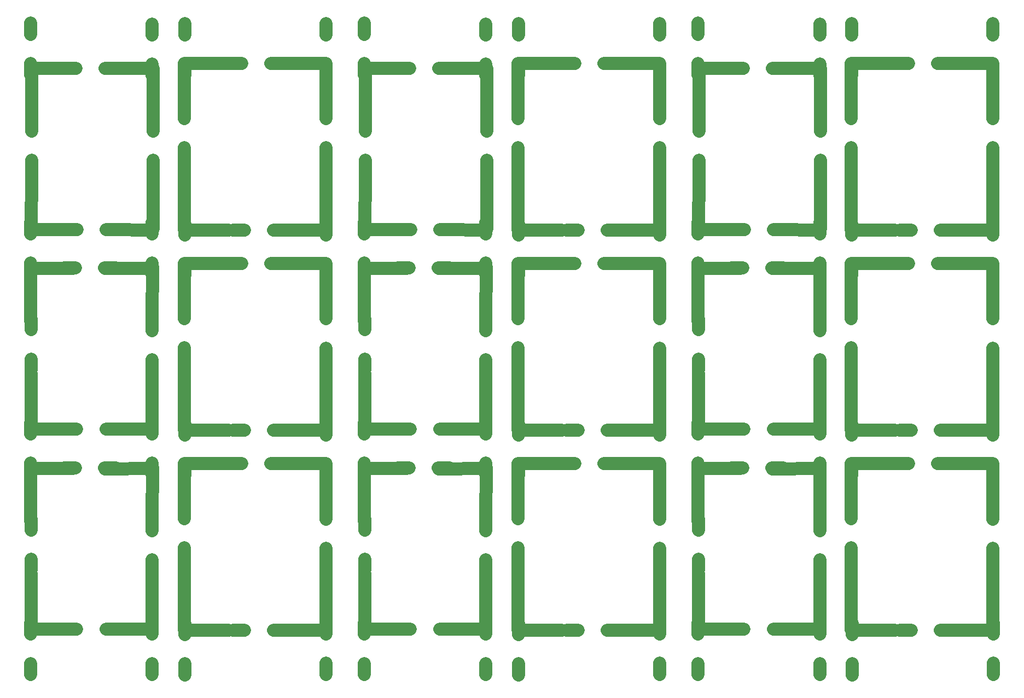
<source format=gbr>
%TF.GenerationSoftware,KiCad,Pcbnew,(5.1.8)-1*%
%TF.CreationDate,2021-02-10T13:28:33-06:00*%
%TF.ProjectId,PanelDrivers,50616e65-6c44-4726-9976-6572732e6b69,rev?*%
%TF.SameCoordinates,Original*%
%TF.FileFunction,Other,Comment*%
%FSLAX46Y46*%
G04 Gerber Fmt 4.6, Leading zero omitted, Abs format (unit mm)*
G04 Created by KiCad (PCBNEW (5.1.8)-1) date 2021-02-10 13:28:33*
%MOMM*%
%LPD*%
G01*
G04 APERTURE LIST*
%ADD10C,2.000000*%
%ADD11C,1.999996*%
G04 APERTURE END LIST*
D10*
X177250000Y-133246600D02*
X177250000Y-144200000D01*
X125650000Y-133246600D02*
X125650000Y-144200000D01*
X74050000Y-133246600D02*
X74050000Y-144200000D01*
X177250000Y-102246600D02*
X177250000Y-113200000D01*
X125650000Y-102246600D02*
X125650000Y-113200000D01*
X74050000Y-102246600D02*
X74050000Y-113200000D01*
X177250000Y-71246600D02*
X177250000Y-82200000D01*
X125650000Y-71246600D02*
X125650000Y-82200000D01*
X199050000Y-118450000D02*
X192410400Y-118451600D01*
X147450000Y-118450000D02*
X140810400Y-118451600D01*
X95850000Y-118450000D02*
X89210400Y-118451600D01*
X199050000Y-87450000D02*
X192410400Y-87451600D01*
X147450000Y-87450000D02*
X140810400Y-87451600D01*
X95850000Y-87450000D02*
X89210400Y-87451600D01*
X199050000Y-56450000D02*
X192410400Y-56451600D01*
X147450000Y-56450000D02*
X140810400Y-56451600D01*
X184485600Y-118451600D02*
X177424400Y-118451600D01*
X132885600Y-118451600D02*
X125824400Y-118451600D01*
X81285600Y-118451600D02*
X74224400Y-118451600D01*
X184485600Y-87451600D02*
X177424400Y-87451600D01*
X132885600Y-87451600D02*
X125824400Y-87451600D01*
X81285600Y-87451600D02*
X74224400Y-87451600D01*
X184485600Y-56451600D02*
X177424400Y-56451600D01*
X132885600Y-56451600D02*
X125824400Y-56451600D01*
X177322800Y-144265600D02*
X184028400Y-144316400D01*
X125722800Y-144265600D02*
X132428400Y-144316400D01*
X74122800Y-144265600D02*
X80828400Y-144316400D01*
X177322800Y-113265600D02*
X184028400Y-113316400D01*
X125722800Y-113265600D02*
X132428400Y-113316400D01*
X74122800Y-113265600D02*
X80828400Y-113316400D01*
X177322800Y-82265600D02*
X184028400Y-82316400D01*
X125722800Y-82265600D02*
X132428400Y-82316400D01*
X191953200Y-144265600D02*
X199014400Y-144265600D01*
X140353200Y-144265600D02*
X147414400Y-144265600D01*
X88753200Y-144265600D02*
X95814400Y-144265600D01*
X191953200Y-113265600D02*
X199014400Y-113265600D01*
X140353200Y-113265600D02*
X147414400Y-113265600D01*
X88753200Y-113265600D02*
X95814400Y-113265600D01*
X191953200Y-82265600D02*
X199014400Y-82265600D01*
X140353200Y-82265600D02*
X147414400Y-82265600D01*
X177250000Y-118450000D02*
X177250000Y-125157200D01*
X125650000Y-118450000D02*
X125650000Y-125157200D01*
X74050000Y-118450000D02*
X74050000Y-125157200D01*
X177250000Y-87450000D02*
X177250000Y-94157200D01*
X125650000Y-87450000D02*
X125650000Y-94157200D01*
X74050000Y-87450000D02*
X74050000Y-94157200D01*
X177250000Y-56450000D02*
X177250000Y-63157200D01*
X125650000Y-56450000D02*
X125650000Y-63157200D01*
X199150000Y-125563600D02*
X199150000Y-118450000D01*
X147550000Y-125563600D02*
X147550000Y-118450000D01*
X95950000Y-125563600D02*
X95950000Y-118450000D01*
X199150000Y-94563600D02*
X199150000Y-87450000D01*
X147550000Y-94563600D02*
X147550000Y-87450000D01*
X95950000Y-94563600D02*
X95950000Y-87450000D01*
X199150000Y-63563600D02*
X199150000Y-56450000D01*
X147550000Y-63563600D02*
X147550000Y-56450000D01*
X199150000Y-144200000D02*
X199150000Y-133550000D01*
X147550000Y-144200000D02*
X147550000Y-133550000D01*
X95950000Y-144200000D02*
X95950000Y-133550000D01*
X199150000Y-113200000D02*
X199150000Y-102550000D01*
X147550000Y-113200000D02*
X147550000Y-102550000D01*
X95950000Y-113200000D02*
X95950000Y-102550000D01*
X199150000Y-82200000D02*
X199150000Y-71550000D01*
X147550000Y-82200000D02*
X147550000Y-71550000D01*
D11*
X153663200Y-119248000D02*
X160064000Y-119248000D01*
X102013200Y-119248000D02*
X108414000Y-119248000D01*
X153563200Y-144141600D02*
X153614000Y-135454800D01*
X101913200Y-144141600D02*
X101964000Y-135454800D01*
X153550000Y-127326800D02*
X153550000Y-119249600D01*
X101900000Y-127326800D02*
X101900000Y-119249600D01*
X165044500Y-119260700D02*
X172256000Y-119248000D01*
X113394500Y-119260700D02*
X120606000Y-119248000D01*
X160370400Y-144090800D02*
X153664800Y-144090800D01*
X108720400Y-144090800D02*
X102014800Y-144090800D01*
X172350000Y-135150000D02*
X172350000Y-143938400D01*
X120700000Y-135150000D02*
X120700000Y-143938400D01*
X172308400Y-144141600D02*
X165552000Y-144090800D01*
X120658400Y-144141600D02*
X113902000Y-144090800D01*
X172375400Y-119010400D02*
X172350000Y-127050000D01*
X120725400Y-119010400D02*
X120700000Y-127050000D01*
X153563200Y-113141600D02*
X153614000Y-104454800D01*
X101913200Y-113141600D02*
X101964000Y-104454800D01*
X172350000Y-104150000D02*
X172350000Y-112938400D01*
X120700000Y-104150000D02*
X120700000Y-112938400D01*
X153550000Y-96326800D02*
X153550000Y-88249600D01*
X101900000Y-96326800D02*
X101900000Y-88249600D01*
X153663200Y-88248000D02*
X160064000Y-88248000D01*
X102013200Y-88248000D02*
X108414000Y-88248000D01*
X160370400Y-113090800D02*
X153664800Y-113090800D01*
X108720400Y-113090800D02*
X102014800Y-113090800D01*
X165044500Y-88260700D02*
X172256000Y-88248000D01*
X113394500Y-88260700D02*
X120606000Y-88248000D01*
X172308400Y-113141600D02*
X165552000Y-113090800D01*
X120658400Y-113141600D02*
X113902000Y-113090800D01*
X172375400Y-88010400D02*
X172350000Y-96050000D01*
X120725400Y-88010400D02*
X120700000Y-96050000D01*
X153599200Y-82257600D02*
X153650000Y-73570800D01*
X101949200Y-82257600D02*
X102000000Y-73570800D01*
X172450000Y-73350000D02*
X172450000Y-82138400D01*
X120800000Y-73350000D02*
X120800000Y-82138400D01*
X172450000Y-57250000D02*
X172450000Y-65250000D01*
X120800000Y-57250000D02*
X120800000Y-65250000D01*
X153650000Y-65450000D02*
X153650000Y-57372800D01*
X102000000Y-65450000D02*
X102000000Y-57372800D01*
X172366800Y-82257600D02*
X165610400Y-82206800D01*
X120716800Y-82257600D02*
X113960400Y-82206800D01*
X153621600Y-57264000D02*
X160022400Y-57264000D01*
X101971600Y-57264000D02*
X108372400Y-57264000D01*
X165002900Y-57276700D02*
X172214400Y-57264000D01*
X113352900Y-57276700D02*
X120564400Y-57264000D01*
X160428800Y-82206800D02*
X153723200Y-82206800D01*
X108778800Y-82206800D02*
X102073200Y-82206800D01*
X50263200Y-144141600D02*
X50314000Y-135454800D01*
X69050000Y-135150000D02*
X69050000Y-143938400D01*
X50250000Y-127326800D02*
X50250000Y-119249600D01*
X50363200Y-119248000D02*
X56764000Y-119248000D01*
X57070400Y-144090800D02*
X50364800Y-144090800D01*
X61744500Y-119260700D02*
X68956000Y-119248000D01*
X69008400Y-144141600D02*
X62252000Y-144090800D01*
X69075400Y-119010400D02*
X69050000Y-127050000D01*
X69150000Y-73350000D02*
X69150000Y-82138400D01*
X69066800Y-82257600D02*
X62310400Y-82206800D01*
X61702900Y-57276700D02*
X68914400Y-57264000D01*
X50321600Y-57264000D02*
X56722400Y-57264000D01*
X50350000Y-65450000D02*
X50350000Y-57372800D01*
X69150000Y-57250000D02*
X69150000Y-65250000D01*
X50299200Y-82257600D02*
X50350000Y-73570800D01*
X57128800Y-82206800D02*
X50423200Y-82206800D01*
D10*
X95950000Y-82200000D02*
X95950000Y-71550000D01*
X88753200Y-82265600D02*
X95814400Y-82265600D01*
X74122800Y-82265600D02*
X80828400Y-82316400D01*
X74050000Y-71246600D02*
X74050000Y-82200000D01*
X74050000Y-56450000D02*
X74050000Y-63157200D01*
X81285600Y-56451600D02*
X74224400Y-56451600D01*
X95850000Y-56450000D02*
X89210400Y-56451600D01*
X95950000Y-63563600D02*
X95950000Y-56450000D01*
D11*
X50363200Y-88248000D02*
X56764000Y-88248000D01*
X50250000Y-96326800D02*
X50250000Y-88249600D01*
X69008400Y-113141600D02*
X62252000Y-113090800D01*
X69050000Y-104150000D02*
X69050000Y-112938400D01*
X50263200Y-113141600D02*
X50314000Y-104454800D01*
X57070400Y-113090800D02*
X50364800Y-113090800D01*
X69075400Y-88010400D02*
X69050000Y-96050000D01*
X61744500Y-88260700D02*
X68956000Y-88248000D01*
D10*
%TO.C,REF\u002A\u002A*%
X199150000Y-127047400D02*
X199150000Y-125297400D01*
X199150000Y-131547400D02*
X199150000Y-133297400D01*
X147550000Y-127047400D02*
X147550000Y-125297400D01*
X147550000Y-131547400D02*
X147550000Y-133297400D01*
X95950000Y-127047400D02*
X95950000Y-125297400D01*
X95950000Y-131547400D02*
X95950000Y-133297400D01*
X199150000Y-96047400D02*
X199150000Y-94297400D01*
X199150000Y-100547400D02*
X199150000Y-102297400D01*
X147550000Y-96047400D02*
X147550000Y-94297400D01*
X147550000Y-100547400D02*
X147550000Y-102297400D01*
X95950000Y-96047400D02*
X95950000Y-94297400D01*
X95950000Y-100547400D02*
X95950000Y-102297400D01*
X199150000Y-65047400D02*
X199150000Y-63297400D01*
X199150000Y-69547400D02*
X199150000Y-71297400D01*
X147550000Y-65047400D02*
X147550000Y-63297400D01*
X147550000Y-69547400D02*
X147550000Y-71297400D01*
X177250000Y-131496600D02*
X177250000Y-133246600D01*
X177250000Y-126996600D02*
X177250000Y-125246600D01*
X125650000Y-131496600D02*
X125650000Y-133246600D01*
X125650000Y-126996600D02*
X125650000Y-125246600D01*
X74050000Y-131496600D02*
X74050000Y-133246600D01*
X74050000Y-126996600D02*
X74050000Y-125246600D01*
X177250000Y-100496600D02*
X177250000Y-102246600D01*
X177250000Y-95996600D02*
X177250000Y-94246600D01*
X125650000Y-100496600D02*
X125650000Y-102246600D01*
X125650000Y-95996600D02*
X125650000Y-94246600D01*
X74050000Y-100496600D02*
X74050000Y-102246600D01*
X74050000Y-95996600D02*
X74050000Y-94246600D01*
X177250000Y-69496600D02*
X177250000Y-71246600D01*
X177250000Y-64996600D02*
X177250000Y-63246600D01*
X125650000Y-69496600D02*
X125650000Y-71246600D01*
X125650000Y-64996600D02*
X125650000Y-63246600D01*
X177300000Y-118550000D02*
X177300000Y-120300000D01*
X177300000Y-114050000D02*
X177300000Y-112300000D01*
X125700000Y-118550000D02*
X125700000Y-120300000D01*
X125700000Y-114050000D02*
X125700000Y-112300000D01*
X74100000Y-118550000D02*
X74100000Y-120300000D01*
X74100000Y-114050000D02*
X74100000Y-112300000D01*
X177300000Y-87550000D02*
X177300000Y-89300000D01*
X177300000Y-83050000D02*
X177300000Y-81300000D01*
X125700000Y-87550000D02*
X125700000Y-89300000D01*
X125700000Y-83050000D02*
X125700000Y-81300000D01*
X74100000Y-87550000D02*
X74100000Y-89300000D01*
X74100000Y-83050000D02*
X74100000Y-81300000D01*
X177300000Y-56550000D02*
X177300000Y-58300000D01*
X177300000Y-52050000D02*
X177300000Y-50300000D01*
X125700000Y-56550000D02*
X125700000Y-58300000D01*
X125700000Y-52050000D02*
X125700000Y-50300000D01*
X191028200Y-144291000D02*
X192778200Y-144291000D01*
X186528200Y-144291000D02*
X184778200Y-144291000D01*
X139428200Y-144291000D02*
X141178200Y-144291000D01*
X134928200Y-144291000D02*
X133178200Y-144291000D01*
X87828200Y-144291000D02*
X89578200Y-144291000D01*
X83328200Y-144291000D02*
X81578200Y-144291000D01*
X191028200Y-113291000D02*
X192778200Y-113291000D01*
X186528200Y-113291000D02*
X184778200Y-113291000D01*
X139428200Y-113291000D02*
X141178200Y-113291000D01*
X134928200Y-113291000D02*
X133178200Y-113291000D01*
X87828200Y-113291000D02*
X89578200Y-113291000D01*
X83328200Y-113291000D02*
X81578200Y-113291000D01*
X191028200Y-82291000D02*
X192778200Y-82291000D01*
X186528200Y-82291000D02*
X184778200Y-82291000D01*
X139428200Y-82291000D02*
X141178200Y-82291000D01*
X134928200Y-82291000D02*
X133178200Y-82291000D01*
X199150000Y-114050000D02*
X199150000Y-112300000D01*
X199150000Y-118550000D02*
X199150000Y-120300000D01*
X147550000Y-114050000D02*
X147550000Y-112300000D01*
X147550000Y-118550000D02*
X147550000Y-120300000D01*
X95950000Y-114050000D02*
X95950000Y-112300000D01*
X95950000Y-118550000D02*
X95950000Y-120300000D01*
X199150000Y-83050000D02*
X199150000Y-81300000D01*
X199150000Y-87550000D02*
X199150000Y-89300000D01*
X147550000Y-83050000D02*
X147550000Y-81300000D01*
X147550000Y-87550000D02*
X147550000Y-89300000D01*
X95950000Y-83050000D02*
X95950000Y-81300000D01*
X95950000Y-87550000D02*
X95950000Y-89300000D01*
X199150000Y-52050000D02*
X199150000Y-50300000D01*
X199150000Y-56550000D02*
X199150000Y-58300000D01*
X147550000Y-52050000D02*
X147550000Y-50300000D01*
X147550000Y-56550000D02*
X147550000Y-58300000D01*
X186071000Y-118477000D02*
X184321000Y-118477000D01*
X190571000Y-118477000D02*
X192321000Y-118477000D01*
X134471000Y-118477000D02*
X132721000Y-118477000D01*
X138971000Y-118477000D02*
X140721000Y-118477000D01*
X82871000Y-118477000D02*
X81121000Y-118477000D01*
X87371000Y-118477000D02*
X89121000Y-118477000D01*
X186071000Y-87477000D02*
X184321000Y-87477000D01*
X190571000Y-87477000D02*
X192321000Y-87477000D01*
X134471000Y-87477000D02*
X132721000Y-87477000D01*
X138971000Y-87477000D02*
X140721000Y-87477000D01*
X82871000Y-87477000D02*
X81121000Y-87477000D01*
X87371000Y-87477000D02*
X89121000Y-87477000D01*
X186071000Y-56477000D02*
X184321000Y-56477000D01*
X190571000Y-56477000D02*
X192321000Y-56477000D01*
X134471000Y-56477000D02*
X132721000Y-56477000D01*
X138971000Y-56477000D02*
X140721000Y-56477000D01*
X177400000Y-149450000D02*
X177400000Y-151200000D01*
X177400000Y-144950000D02*
X177400000Y-143200000D01*
X125750000Y-149450000D02*
X125750000Y-151200000D01*
X125750000Y-144950000D02*
X125750000Y-143200000D01*
X199200000Y-149350000D02*
X199200000Y-151100000D01*
X199200000Y-144850000D02*
X199200000Y-143100000D01*
X147550000Y-149350000D02*
X147550000Y-151100000D01*
X147550000Y-144850000D02*
X147550000Y-143100000D01*
X153601300Y-128748700D02*
X153601300Y-126998700D01*
X153601300Y-133248700D02*
X153601300Y-134998700D01*
X101951300Y-128748700D02*
X101951300Y-126998700D01*
X101951300Y-133248700D02*
X101951300Y-134998700D01*
X164944500Y-119160700D02*
X166694500Y-119160700D01*
X160444500Y-119160700D02*
X158694500Y-119160700D01*
X113294500Y-119160700D02*
X115044500Y-119160700D01*
X108794500Y-119160700D02*
X107044500Y-119160700D01*
X172350000Y-133386800D02*
X172350000Y-135136800D01*
X172350000Y-128886800D02*
X172350000Y-127136800D01*
X120700000Y-133386800D02*
X120700000Y-135136800D01*
X120700000Y-128886800D02*
X120700000Y-127136800D01*
X153550000Y-144900000D02*
X153550000Y-143150000D01*
X153550000Y-149400000D02*
X153550000Y-151150000D01*
X101900000Y-144900000D02*
X101900000Y-143150000D01*
X101900000Y-149400000D02*
X101900000Y-151150000D01*
X160660400Y-144090800D02*
X158910400Y-144090800D01*
X165160400Y-144090800D02*
X166910400Y-144090800D01*
X109010400Y-144090800D02*
X107260400Y-144090800D01*
X113510400Y-144090800D02*
X115260400Y-144090800D01*
X172350000Y-144900000D02*
X172350000Y-143150000D01*
X172350000Y-149400000D02*
X172350000Y-151150000D01*
X120700000Y-144900000D02*
X120700000Y-143150000D01*
X120700000Y-149400000D02*
X120700000Y-151150000D01*
X153550000Y-52000000D02*
X153550000Y-50250000D01*
X153550000Y-56500000D02*
X153550000Y-58250000D01*
X101900000Y-52000000D02*
X101900000Y-50250000D01*
X101900000Y-56500000D02*
X101900000Y-58250000D01*
X172350000Y-87400000D02*
X172350000Y-89150000D01*
X172350000Y-82900000D02*
X172350000Y-81150000D01*
X120700000Y-87400000D02*
X120700000Y-89150000D01*
X120700000Y-82900000D02*
X120700000Y-81150000D01*
X172350000Y-52100000D02*
X172350000Y-50350000D01*
X172350000Y-56600000D02*
X172350000Y-58350000D01*
X120700000Y-52100000D02*
X120700000Y-50350000D01*
X120700000Y-56600000D02*
X120700000Y-58350000D01*
X172350000Y-118400000D02*
X172350000Y-120150000D01*
X172350000Y-113900000D02*
X172350000Y-112150000D01*
X120700000Y-118400000D02*
X120700000Y-120150000D01*
X120700000Y-113900000D02*
X120700000Y-112150000D01*
X153659700Y-66964700D02*
X153659700Y-65214700D01*
X153659700Y-71464700D02*
X153659700Y-73214700D01*
X102009700Y-66964700D02*
X102009700Y-65214700D01*
X102009700Y-71464700D02*
X102009700Y-73214700D01*
X172450000Y-71500000D02*
X172450000Y-73250000D01*
X172450000Y-67000000D02*
X172450000Y-65250000D01*
X120800000Y-71500000D02*
X120800000Y-73250000D01*
X120800000Y-67000000D02*
X120800000Y-65250000D01*
X165002900Y-57276700D02*
X166752900Y-57276700D01*
X160502900Y-57276700D02*
X158752900Y-57276700D01*
X113352900Y-57276700D02*
X115102900Y-57276700D01*
X108852900Y-57276700D02*
X107102900Y-57276700D01*
X160718800Y-82206800D02*
X158968800Y-82206800D01*
X165218800Y-82206800D02*
X166968800Y-82206800D01*
X109068800Y-82206800D02*
X107318800Y-82206800D01*
X113568800Y-82206800D02*
X115318800Y-82206800D01*
X160444500Y-88160700D02*
X158694500Y-88160700D01*
X164944500Y-88160700D02*
X166694500Y-88160700D01*
X108794500Y-88160700D02*
X107044500Y-88160700D01*
X113294500Y-88160700D02*
X115044500Y-88160700D01*
X172350000Y-97886800D02*
X172350000Y-96136800D01*
X172350000Y-102386800D02*
X172350000Y-104136800D01*
X120700000Y-97886800D02*
X120700000Y-96136800D01*
X120700000Y-102386800D02*
X120700000Y-104136800D01*
X153550000Y-87400000D02*
X153550000Y-89150000D01*
X153550000Y-82900000D02*
X153550000Y-81150000D01*
X101900000Y-87400000D02*
X101900000Y-89150000D01*
X101900000Y-82900000D02*
X101900000Y-81150000D01*
X153550000Y-118400000D02*
X153550000Y-120150000D01*
X153550000Y-113900000D02*
X153550000Y-112150000D01*
X101900000Y-118400000D02*
X101900000Y-120150000D01*
X101900000Y-113900000D02*
X101900000Y-112150000D01*
X165160400Y-113090800D02*
X166910400Y-113090800D01*
X160660400Y-113090800D02*
X158910400Y-113090800D01*
X113510400Y-113090800D02*
X115260400Y-113090800D01*
X109010400Y-113090800D02*
X107260400Y-113090800D01*
X153601300Y-102248700D02*
X153601300Y-103998700D01*
X153601300Y-97748700D02*
X153601300Y-95998700D01*
X101951300Y-102248700D02*
X101951300Y-103998700D01*
X101951300Y-97748700D02*
X101951300Y-95998700D01*
X74100000Y-144950000D02*
X74100000Y-143200000D01*
X74100000Y-149450000D02*
X74100000Y-151200000D01*
X95900000Y-144850000D02*
X95900000Y-143100000D01*
X95900000Y-149350000D02*
X95900000Y-151100000D01*
X69050000Y-149400000D02*
X69050000Y-151150000D01*
X69050000Y-144900000D02*
X69050000Y-143150000D01*
X57144500Y-119160700D02*
X55394500Y-119160700D01*
X61644500Y-119160700D02*
X63394500Y-119160700D01*
X69050000Y-128886800D02*
X69050000Y-127136800D01*
X69050000Y-133386800D02*
X69050000Y-135136800D01*
X50250000Y-149400000D02*
X50250000Y-151150000D01*
X50250000Y-144900000D02*
X50250000Y-143150000D01*
X61860400Y-144090800D02*
X63610400Y-144090800D01*
X57360400Y-144090800D02*
X55610400Y-144090800D01*
X50301300Y-133248700D02*
X50301300Y-134998700D01*
X50301300Y-128748700D02*
X50301300Y-126998700D01*
X95950000Y-56550000D02*
X95950000Y-58300000D01*
X95950000Y-52050000D02*
X95950000Y-50300000D01*
X74100000Y-52050000D02*
X74100000Y-50300000D01*
X74100000Y-56550000D02*
X74100000Y-58300000D01*
X50250000Y-56500000D02*
X50250000Y-58250000D01*
X50250000Y-52000000D02*
X50250000Y-50250000D01*
X69050000Y-113900000D02*
X69050000Y-112150000D01*
X69050000Y-118400000D02*
X69050000Y-120150000D01*
X69050000Y-56600000D02*
X69050000Y-58350000D01*
X69050000Y-52100000D02*
X69050000Y-50350000D01*
X69050000Y-82900000D02*
X69050000Y-81150000D01*
X69050000Y-87400000D02*
X69050000Y-89150000D01*
X57202900Y-57276700D02*
X55452900Y-57276700D01*
X61702900Y-57276700D02*
X63452900Y-57276700D01*
X50359700Y-71464700D02*
X50359700Y-73214700D01*
X50359700Y-66964700D02*
X50359700Y-65214700D01*
X69150000Y-67000000D02*
X69150000Y-65250000D01*
X69150000Y-71500000D02*
X69150000Y-73250000D01*
X61918800Y-82206800D02*
X63668800Y-82206800D01*
X57418800Y-82206800D02*
X55668800Y-82206800D01*
X87371000Y-56477000D02*
X89121000Y-56477000D01*
X82871000Y-56477000D02*
X81121000Y-56477000D01*
X74050000Y-64996600D02*
X74050000Y-63246600D01*
X74050000Y-69496600D02*
X74050000Y-71246600D01*
X95950000Y-69547400D02*
X95950000Y-71297400D01*
X95950000Y-65047400D02*
X95950000Y-63297400D01*
X83328200Y-82291000D02*
X81578200Y-82291000D01*
X87828200Y-82291000D02*
X89578200Y-82291000D01*
X50301300Y-97748700D02*
X50301300Y-95998700D01*
X50301300Y-102248700D02*
X50301300Y-103998700D01*
X50250000Y-82900000D02*
X50250000Y-81150000D01*
X50250000Y-87400000D02*
X50250000Y-89150000D01*
X61644500Y-88160700D02*
X63394500Y-88160700D01*
X57144500Y-88160700D02*
X55394500Y-88160700D01*
X69050000Y-102386800D02*
X69050000Y-104136800D01*
X69050000Y-97886800D02*
X69050000Y-96136800D01*
X57360400Y-113090800D02*
X55610400Y-113090800D01*
X61860400Y-113090800D02*
X63610400Y-113090800D01*
X50250000Y-113900000D02*
X50250000Y-112150000D01*
X50250000Y-118400000D02*
X50250000Y-120150000D01*
%TD*%
M02*

</source>
